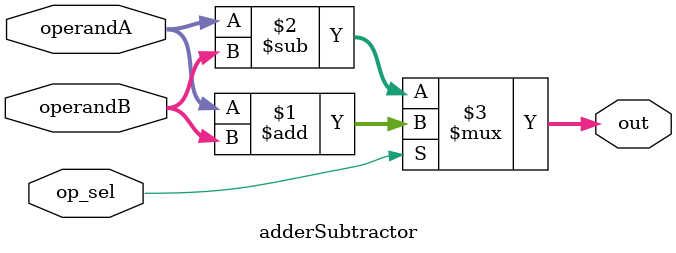
<source format=v>
module calc(HEX0, SW, KEY, clk);
	input [8:0] SW;
	input [2:0] KEY;
	input clk;
	output [6:0] HEX0;
	
	//Calculator for adding or subtracting two 4 bit values
	//Wire Setup
	wire [3:0] A, B, R, S;
	
	//Reg_A
	register4bit Reg_A(A, SW[3:0], KEY[0], clk);
	//Reg_B
	register4bit Reg_B(B, SW[7:4], KEY[1], clk);
	//Add/Sub
	adderSubtractor addSub(S, A, B, SW[8]);
	//Reg_Out
	register4bit Reg_out(R, S, KEY[2], clk);
	//Decoder
	decoderHexTo7Segment decoder(HEX0, R);
	
endmodule


module register4bit(data_out, data_in, ld, clk);
	input [3:0] data_in;
	input ld;
	input clk;
	output reg [3:0] data_out;
	
	//4 bit register with sychronous enable triggered on clock's positive edge
	always @(posedge clk)
		if (ld)
			data_out = data_in;
			
endmodule


module decoderHexTo7Segment(seven_seg0, HEX);
	input [3:0] HEX;
	output [6:0] seven_seg0;
	
	//Hexadecimal -> 7-Segment Display Logic Converter
	/*a*/assign seven_seg0[0] = ~HEX[3]&~HEX[2]&~HEX[1]&HEX[0] | ~HEX[3]&HEX[2]&~HEX[1]&~HEX[0] | HEX[3]&~HEX[2]&HEX[1]&HEX[0] | HEX[3]&HEX[2]&~HEX[1]&HEX[0];
	/*b*/assign seven_seg0[1] = HEX[3]&HEX[2]&~HEX[0] | HEX[2]&HEX[1]&~HEX[0] | HEX[3]&HEX[1]&HEX[0] | ~HEX[3]&HEX[2]&~HEX[1]&HEX[0];
	/*c*/assign seven_seg0[2] = HEX[3]&HEX[2]&~HEX[0] | HEX[3]&HEX[2]&HEX[1] | ~HEX[3]&~HEX[2]&HEX[1]&~HEX[0];
	/*d*/assign seven_seg0[3] = ~HEX[3]&~HEX[2]&~HEX[1]&HEX[0] | ~HEX[3]&HEX[2]&~HEX[1]&~HEX[0] | HEX[3]&~HEX[2]&HEX[1]&~HEX[0] | HEX[2]&HEX[1]&HEX[0];
	/*e*/assign seven_seg0[4] = ~HEX[3]&HEX[0] | ~HEX[2]&~HEX[1]&HEX[0] | ~HEX[3]&HEX[2]&~HEX[1];
	/*f*/assign seven_seg0[5] = HEX[3]&HEX[2]&~HEX[1]&HEX[0] | ~HEX[3]&~HEX[2]&HEX[1] | ~HEX[3]&HEX[1]&HEX[0] | ~HEX[3]&~HEX[2]&HEX[0];
	/*g*/assign seven_seg0[6] = HEX[3]&HEX[2]&~HEX[1]&~HEX[0] | ~HEX[3]&HEX[2]&HEX[1]&HEX[0] | ~HEX[3]&~HEX[2]&~HEX[1];

endmodule


module adderSubtractor(out, operandA, operandB, op_sel);
	input [3:0] operandA;
	input [3:0] operandB;
	input op_sel;
	output [3:0] out;

	//Adder/subtractor. Addition performed when op_sel = 1, subtract when op_sel = 0
	assign out = op_sel ? (operandA + operandB) : (operandA - operandB);
	
endmodule

</source>
